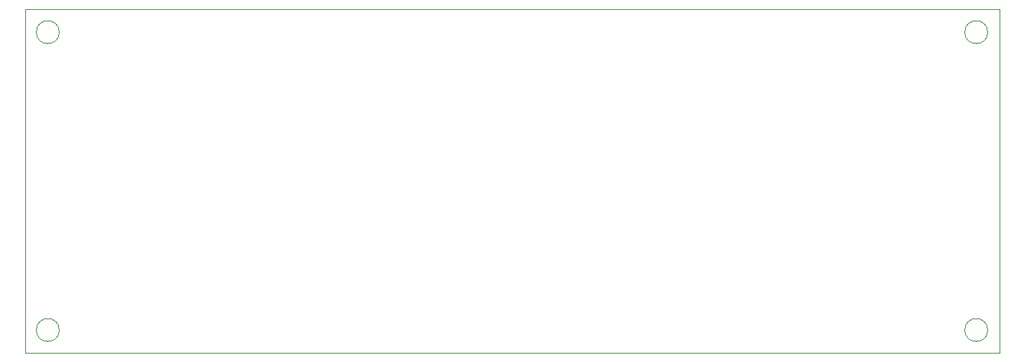
<source format=gbr>
%TF.GenerationSoftware,KiCad,Pcbnew,(5.1.7)-1*%
%TF.CreationDate,2020-12-03T18:42:55-08:00*%
%TF.ProjectId,k-5,6b2d352e-6b69-4636-9164-5f7063625858,rev?*%
%TF.SameCoordinates,Original*%
%TF.FileFunction,Profile,NP*%
%FSLAX46Y46*%
G04 Gerber Fmt 4.6, Leading zero omitted, Abs format (unit mm)*
G04 Created by KiCad (PCBNEW (5.1.7)-1) date 2020-12-03 18:42:55*
%MOMM*%
%LPD*%
G01*
G04 APERTURE LIST*
%TA.AperFunction,Profile*%
%ADD10C,0.050000*%
%TD*%
%TA.AperFunction,Profile*%
%ADD11C,0.100000*%
%TD*%
G04 APERTURE END LIST*
D10*
X86360000Y-59690000D02*
G75*
G03*
X86360000Y-59690000I-1270000J0D01*
G01*
X86360000Y-92710000D02*
G75*
G03*
X86360000Y-92710000I-1270000J0D01*
G01*
X189230000Y-92710000D02*
G75*
G03*
X189230000Y-92710000I-1270000J0D01*
G01*
X189230000Y-59690000D02*
G75*
G03*
X189230000Y-59690000I-1270000J0D01*
G01*
D11*
X190500000Y-57150000D02*
X190500000Y-95250000D01*
X82550000Y-57150000D02*
X190500000Y-57150000D01*
X82550000Y-95250000D02*
X82550000Y-57150000D01*
X190500000Y-95250000D02*
X82550000Y-95250000D01*
M02*

</source>
